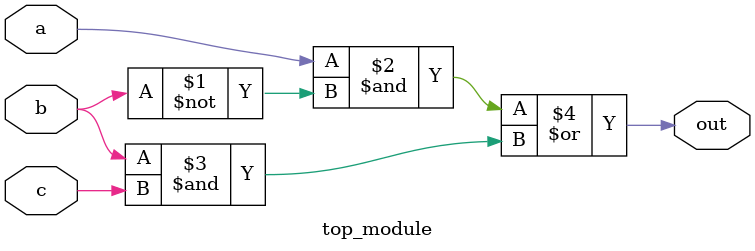
<source format=sv>
module top_module(
    input a,
    input b,
    input c,
    output out
);

assign out = (a & ~b) | (b & c);

endmodule

</source>
